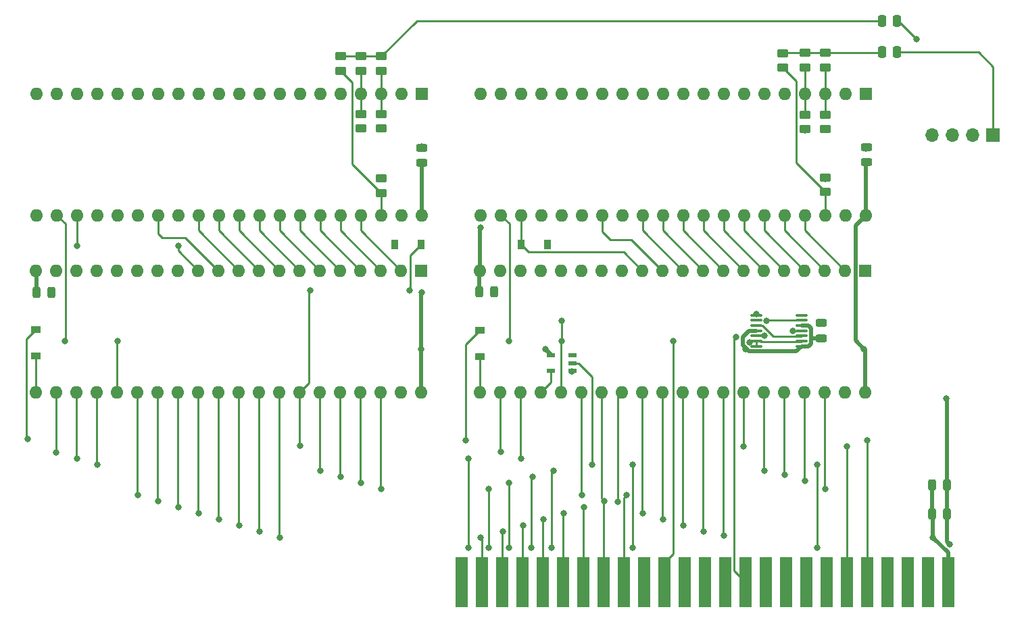
<source format=gbl>
%TF.GenerationSoftware,KiCad,Pcbnew,(6.0.2-0)*%
%TF.CreationDate,2022-03-26T21:25:16+01:00*%
%TF.ProjectId,mockingboard2k,6d6f636b-696e-4676-926f-617264326b2e,0.1*%
%TF.SameCoordinates,PXc52d8a0PY889e9c0*%
%TF.FileFunction,Copper,L2,Bot*%
%TF.FilePolarity,Positive*%
%FSLAX46Y46*%
G04 Gerber Fmt 4.6, Leading zero omitted, Abs format (unit mm)*
G04 Created by KiCad (PCBNEW (6.0.2-0)) date 2022-03-26 21:25:16*
%MOMM*%
%LPD*%
G01*
G04 APERTURE LIST*
G04 Aperture macros list*
%AMRoundRect*
0 Rectangle with rounded corners*
0 $1 Rounding radius*
0 $2 $3 $4 $5 $6 $7 $8 $9 X,Y pos of 4 corners*
0 Add a 4 corners polygon primitive as box body*
4,1,4,$2,$3,$4,$5,$6,$7,$8,$9,$2,$3,0*
0 Add four circle primitives for the rounded corners*
1,1,$1+$1,$2,$3*
1,1,$1+$1,$4,$5*
1,1,$1+$1,$6,$7*
1,1,$1+$1,$8,$9*
0 Add four rect primitives between the rounded corners*
20,1,$1+$1,$2,$3,$4,$5,0*
20,1,$1+$1,$4,$5,$6,$7,0*
20,1,$1+$1,$6,$7,$8,$9,0*
20,1,$1+$1,$8,$9,$2,$3,0*%
G04 Aperture macros list end*
%TA.AperFunction,SMDPad,CuDef*%
%ADD10R,1.524000X6.350000*%
%TD*%
%TA.AperFunction,ComponentPad*%
%ADD11R,1.600000X1.600000*%
%TD*%
%TA.AperFunction,ComponentPad*%
%ADD12O,1.600000X1.600000*%
%TD*%
%TA.AperFunction,ComponentPad*%
%ADD13R,1.700000X1.700000*%
%TD*%
%TA.AperFunction,ComponentPad*%
%ADD14O,1.700000X1.700000*%
%TD*%
%TA.AperFunction,SMDPad,CuDef*%
%ADD15RoundRect,0.243750X0.243750X0.456250X-0.243750X0.456250X-0.243750X-0.456250X0.243750X-0.456250X0*%
%TD*%
%TA.AperFunction,SMDPad,CuDef*%
%ADD16RoundRect,0.243750X0.456250X-0.243750X0.456250X0.243750X-0.456250X0.243750X-0.456250X-0.243750X0*%
%TD*%
%TA.AperFunction,SMDPad,CuDef*%
%ADD17RoundRect,0.243750X-0.243750X-0.456250X0.243750X-0.456250X0.243750X0.456250X-0.243750X0.456250X0*%
%TD*%
%TA.AperFunction,SMDPad,CuDef*%
%ADD18R,1.200000X0.900000*%
%TD*%
%TA.AperFunction,SMDPad,CuDef*%
%ADD19RoundRect,0.250000X0.450000X-0.262500X0.450000X0.262500X-0.450000X0.262500X-0.450000X-0.262500X0*%
%TD*%
%TA.AperFunction,SMDPad,CuDef*%
%ADD20RoundRect,0.250000X-0.250000X-0.475000X0.250000X-0.475000X0.250000X0.475000X-0.250000X0.475000X0*%
%TD*%
%TA.AperFunction,SMDPad,CuDef*%
%ADD21R,0.900000X1.200000*%
%TD*%
%TA.AperFunction,SMDPad,CuDef*%
%ADD22RoundRect,0.250000X-0.450000X0.262500X-0.450000X-0.262500X0.450000X-0.262500X0.450000X0.262500X0*%
%TD*%
%TA.AperFunction,SMDPad,CuDef*%
%ADD23R,1.005599X0.500000*%
%TD*%
%TA.AperFunction,SMDPad,CuDef*%
%ADD24RoundRect,0.100000X-0.637500X-0.100000X0.637500X-0.100000X0.637500X0.100000X-0.637500X0.100000X0*%
%TD*%
%TA.AperFunction,ViaPad*%
%ADD25C,0.800000*%
%TD*%
%TA.AperFunction,Conductor*%
%ADD26C,0.250000*%
%TD*%
%TA.AperFunction,Conductor*%
%ADD27C,0.500000*%
%TD*%
G04 APERTURE END LIST*
D10*
X-9017000Y3810000D03*
X-11557000Y3810000D03*
X-14097000Y3810000D03*
X-16637000Y3810000D03*
X-19177000Y3810000D03*
X-21717000Y3810000D03*
X-24257000Y3810000D03*
X-26797000Y3810000D03*
X-29337000Y3810000D03*
X-31877000Y3810000D03*
X-34417000Y3810000D03*
X-36957000Y3810000D03*
X-39497000Y3810000D03*
X-42037000Y3810000D03*
X-44577000Y3810000D03*
X-47117000Y3810000D03*
X-49657000Y3810000D03*
X-52197000Y3810000D03*
X-54737000Y3810000D03*
X-57277000Y3810000D03*
X-59817000Y3810000D03*
X-62357000Y3810000D03*
X-64897000Y3810000D03*
X-67437000Y3810000D03*
X-69977000Y3810000D03*
D11*
X-75008642Y42845000D03*
D12*
X-77548642Y42845000D03*
X-80088642Y42845000D03*
X-82628642Y42845000D03*
X-85168642Y42845000D03*
X-87708642Y42845000D03*
X-90248642Y42845000D03*
X-92788642Y42845000D03*
X-95328642Y42845000D03*
X-97868642Y42845000D03*
X-100408642Y42845000D03*
X-102948642Y42845000D03*
X-105488642Y42845000D03*
X-108028642Y42845000D03*
X-110568642Y42845000D03*
X-113108642Y42845000D03*
X-115648642Y42845000D03*
X-118188642Y42845000D03*
X-120728642Y42845000D03*
X-123268642Y42845000D03*
X-123268642Y27605000D03*
X-120728642Y27605000D03*
X-118188642Y27605000D03*
X-115648642Y27605000D03*
X-113108642Y27605000D03*
X-110568642Y27605000D03*
X-108028642Y27605000D03*
X-105488642Y27605000D03*
X-102948642Y27605000D03*
X-100408642Y27605000D03*
X-97868642Y27605000D03*
X-95328642Y27605000D03*
X-92788642Y27605000D03*
X-90248642Y27605000D03*
X-87708642Y27605000D03*
X-85168642Y27605000D03*
X-82628642Y27605000D03*
X-80088642Y27605000D03*
X-77548642Y27605000D03*
X-75008642Y27605000D03*
D11*
X-74935000Y65029000D03*
D12*
X-77475000Y65029000D03*
X-80015000Y65029000D03*
X-82555000Y65029000D03*
X-85095000Y65029000D03*
X-87635000Y65029000D03*
X-90175000Y65029000D03*
X-92715000Y65029000D03*
X-95255000Y65029000D03*
X-97795000Y65029000D03*
X-100335000Y65029000D03*
X-102875000Y65029000D03*
X-105415000Y65029000D03*
X-107955000Y65029000D03*
X-110495000Y65029000D03*
X-113035000Y65029000D03*
X-115575000Y65029000D03*
X-118115000Y65029000D03*
X-120655000Y65029000D03*
X-123195000Y65029000D03*
X-123195000Y49789000D03*
X-120655000Y49789000D03*
X-118115000Y49789000D03*
X-115575000Y49789000D03*
X-113035000Y49789000D03*
X-110495000Y49789000D03*
X-107955000Y49789000D03*
X-105415000Y49789000D03*
X-102875000Y49789000D03*
X-100335000Y49789000D03*
X-97795000Y49789000D03*
X-95255000Y49789000D03*
X-92715000Y49789000D03*
X-90175000Y49789000D03*
X-87635000Y49789000D03*
X-85095000Y49789000D03*
X-82555000Y49789000D03*
X-80015000Y49789000D03*
X-77475000Y49789000D03*
X-74935000Y49789000D03*
D13*
X-3389000Y59862000D03*
D14*
X-5929000Y59862000D03*
X-8469000Y59862000D03*
X-11009000Y59862000D03*
D11*
X-19304000Y65024000D03*
D12*
X-21844000Y65024000D03*
X-24384000Y65024000D03*
X-26924000Y65024000D03*
X-29464000Y65024000D03*
X-32004000Y65024000D03*
X-34544000Y65024000D03*
X-37084000Y65024000D03*
X-39624000Y65024000D03*
X-42164000Y65024000D03*
X-44704000Y65024000D03*
X-47244000Y65024000D03*
X-49784000Y65024000D03*
X-52324000Y65024000D03*
X-54864000Y65024000D03*
X-57404000Y65024000D03*
X-59944000Y65024000D03*
X-62484000Y65024000D03*
X-65024000Y65024000D03*
X-67564000Y65024000D03*
X-67564000Y49784000D03*
X-65024000Y49784000D03*
X-62484000Y49784000D03*
X-59944000Y49784000D03*
X-57404000Y49784000D03*
X-54864000Y49784000D03*
X-52324000Y49784000D03*
X-49784000Y49784000D03*
X-47244000Y49784000D03*
X-44704000Y49784000D03*
X-42164000Y49784000D03*
X-39624000Y49784000D03*
X-37084000Y49784000D03*
X-34544000Y49784000D03*
X-32004000Y49784000D03*
X-29464000Y49784000D03*
X-26924000Y49784000D03*
X-24384000Y49784000D03*
X-21844000Y49784000D03*
X-19304000Y49784000D03*
D11*
X-19382642Y42845000D03*
D12*
X-21922642Y42845000D03*
X-24462642Y42845000D03*
X-27002642Y42845000D03*
X-29542642Y42845000D03*
X-32082642Y42845000D03*
X-34622642Y42845000D03*
X-37162642Y42845000D03*
X-39702642Y42845000D03*
X-42242642Y42845000D03*
X-44782642Y42845000D03*
X-47322642Y42845000D03*
X-49862642Y42845000D03*
X-52402642Y42845000D03*
X-54942642Y42845000D03*
X-57482642Y42845000D03*
X-60022642Y42845000D03*
X-62562642Y42845000D03*
X-65102642Y42845000D03*
X-67642642Y42845000D03*
X-67642642Y27605000D03*
X-65102642Y27605000D03*
X-62562642Y27605000D03*
X-60022642Y27605000D03*
X-57482642Y27605000D03*
X-54942642Y27605000D03*
X-52402642Y27605000D03*
X-49862642Y27605000D03*
X-47322642Y27605000D03*
X-44782642Y27605000D03*
X-42242642Y27605000D03*
X-39702642Y27605000D03*
X-37162642Y27605000D03*
X-34622642Y27605000D03*
X-32082642Y27605000D03*
X-29542642Y27605000D03*
X-27002642Y27605000D03*
X-24462642Y27605000D03*
X-21922642Y27605000D03*
X-19382642Y27605000D03*
D15*
X-9197100Y16002000D03*
X-11072100Y16002000D03*
D16*
X-19278600Y56415700D03*
X-19278600Y58290700D03*
D17*
X-67739500Y40182800D03*
X-65864500Y40182800D03*
D16*
X-24892000Y34368500D03*
X-24892000Y36243500D03*
D17*
X-123190000Y40132000D03*
X-121315000Y40132000D03*
D16*
X-74955400Y56314100D03*
X-74955400Y58189100D03*
D15*
X-9197100Y12293600D03*
X-11072100Y12293600D03*
D18*
X-123317000Y32132000D03*
X-123317000Y35432000D03*
X-67666090Y32052375D03*
X-67666090Y35352375D03*
D19*
X-24384000Y68326000D03*
X-24384000Y70151000D03*
X-24380127Y52669188D03*
X-24380127Y54494188D03*
D20*
X-17333000Y74168000D03*
X-15433000Y74168000D03*
D21*
X-59183000Y46101000D03*
X-62483000Y46101000D03*
D19*
X-26924000Y68326000D03*
X-26924000Y70151000D03*
D22*
X-24395324Y62383486D03*
X-24395324Y60558486D03*
D23*
X-56051201Y32192001D03*
X-56051201Y31242000D03*
X-56051201Y30291999D03*
X-58756799Y30291999D03*
X-58756799Y32192001D03*
D22*
X-80020522Y62488772D03*
X-80020522Y60663772D03*
X-26931019Y62383486D03*
X-26931019Y60558486D03*
D21*
X-75032600Y46126400D03*
X-78332600Y46126400D03*
D22*
X-82558388Y62485871D03*
X-82558388Y60660871D03*
D24*
X-33088500Y33356000D03*
X-33088500Y34006000D03*
X-33088500Y34656000D03*
X-33088500Y35306000D03*
X-33088500Y35956000D03*
X-33088500Y36606000D03*
X-33088500Y37256000D03*
X-27363500Y37256000D03*
X-27363500Y36606000D03*
X-27363500Y35956000D03*
X-27363500Y35306000D03*
X-27363500Y34656000D03*
X-27363500Y34006000D03*
X-27363500Y33356000D03*
D19*
X-80016584Y67871307D03*
X-80016584Y69696307D03*
X-82562925Y67883413D03*
X-82562925Y69708413D03*
X-85134267Y67891376D03*
X-85134267Y69716376D03*
D20*
X-17333000Y70254500D03*
X-15433000Y70254500D03*
D19*
X-29718000Y68279000D03*
X-29718000Y70104000D03*
X-80016314Y52543069D03*
X-80016314Y54368069D03*
D25*
X-32018796Y34656000D03*
X-28433205Y35306000D03*
X-35560000Y34544000D03*
X-12954000Y71882000D03*
X-118110000Y45974000D03*
X-78332600Y46126400D03*
X-105410000Y45974000D03*
X-9279001Y26805001D03*
X-8797312Y8474688D03*
X-19558000Y33020000D03*
X-59436000Y33020000D03*
X-67739500Y40182800D03*
X-74930000Y40132000D03*
X-67564000Y48260000D03*
X-34372255Y32988313D03*
X-75008642Y32941358D03*
X-26924000Y60452000D03*
X-80010000Y60706000D03*
X-24395324Y60558486D03*
X-121315000Y40132000D03*
X-24384000Y54356000D03*
X-82550000Y60706000D03*
X-56134000Y30226000D03*
X-19304000Y58166000D03*
X-24892000Y36322000D03*
X-10922000Y9398000D03*
X-74930000Y58420000D03*
X-80010000Y54356000D03*
X-33088500Y37405500D03*
X-65864500Y40182800D03*
X-11557000Y3810000D03*
X-14097000Y3810000D03*
X-120777000Y20066000D03*
X-25400000Y18542000D03*
X-25400000Y8128000D03*
X-65024000Y20103500D03*
X-32004000Y17780000D03*
X-87630000Y17780000D03*
X-58420000Y17780000D03*
X-58674000Y8128000D03*
X-61214000Y8128000D03*
X-85090000Y17018000D03*
X-61073987Y16980500D03*
X-29464000Y17272000D03*
X-64008000Y8128000D03*
X-64008000Y16256000D03*
X-26924000Y16510000D03*
X-82550000Y16256000D03*
X-66548000Y15494000D03*
X-24384000Y15494000D03*
X-66548000Y8128000D03*
X-80010000Y15494000D03*
X-69088000Y8128000D03*
X-69088000Y19304000D03*
X-118110000Y19304000D03*
X-62484000Y19304000D03*
X-19177000Y21590000D03*
X-124333000Y21717000D03*
X-69469000Y21590000D03*
X-59183000Y46101000D03*
X-76454000Y40386000D03*
X-21717000Y20828000D03*
X-34671000Y20828000D03*
X-88900000Y40386000D03*
X-90170000Y20865500D03*
X-75032600Y46126400D03*
X-43434000Y34036000D03*
X-33870105Y33871504D03*
X-92710000Y9398000D03*
X-67564000Y9398000D03*
X-37084000Y9652000D03*
X-64770000Y10160000D03*
X-39624000Y10160000D03*
X-95250000Y10160000D03*
X-62230000Y10922000D03*
X-42164000Y10922000D03*
X-97790000Y10922000D03*
X-100330000Y11684000D03*
X-59690000Y11684000D03*
X-44704000Y11684000D03*
X-102870000Y12446000D03*
X-57150000Y12446000D03*
X-47244000Y12446000D03*
X-50381500Y13828895D03*
X-105410000Y13208000D03*
X-54610000Y13208000D03*
X-52070000Y13970000D03*
X-107950000Y13970000D03*
X-54864000Y14732000D03*
X-49276000Y14732000D03*
X-110490000Y14732000D03*
X-48514000Y8128000D03*
X-53594000Y18542000D03*
X-48514000Y18542000D03*
X-115570000Y18542000D03*
X-57404000Y34036000D03*
X-119634000Y34036000D03*
X-113030000Y34036000D03*
X-57404000Y36576000D03*
X-64008000Y34036000D03*
X-31750000Y36576000D03*
D26*
X-26924000Y70151000D02*
X-24384000Y70151000D01*
X-29671000Y70151000D02*
X-26924000Y70151000D01*
X-24384000Y70151000D02*
X-17436500Y70151000D01*
X-29718000Y70104000D02*
X-29671000Y70151000D01*
X-17436500Y70151000D02*
X-17333000Y70254500D01*
X-3389000Y68413000D02*
X-3389000Y59862000D01*
X-15433000Y70254500D02*
X-5230500Y70254500D01*
X-5230500Y70254500D02*
X-3389000Y68413000D01*
X-35814000Y34290000D02*
X-35560000Y34544000D01*
X-28433205Y35306000D02*
X-27363500Y35306000D01*
X-35814000Y5207000D02*
X-35814000Y34290000D01*
X-34417000Y3810000D02*
X-35814000Y5207000D01*
X-32018796Y34656000D02*
X-33088500Y34656000D01*
X-15433000Y74168000D02*
X-15240000Y74168000D01*
X-15240000Y74168000D02*
X-12954000Y71882000D01*
X-82562925Y67883413D02*
X-82555000Y67875488D01*
X-82555000Y67875488D02*
X-82555000Y65029000D01*
X-82555000Y65029000D02*
X-82555000Y62489259D01*
X-82555000Y62489259D02*
X-82558388Y62485871D01*
X-102875000Y47851358D02*
X-102875000Y49789000D01*
X-97868642Y42845000D02*
X-102875000Y47851358D01*
X-104553642Y46990000D02*
X-107442000Y46990000D01*
X-107955000Y47503000D02*
X-107955000Y49789000D01*
X-100408642Y42845000D02*
X-104553642Y46990000D01*
X-107442000Y46990000D02*
X-107955000Y47503000D01*
X-118115000Y45979000D02*
X-118115000Y49789000D01*
X-102948642Y42845000D02*
X-105410000Y45306358D01*
X-105410000Y45306358D02*
X-105410000Y45974000D01*
X-118110000Y45974000D02*
X-118115000Y45979000D01*
X-80016314Y52543069D02*
X-83679511Y56206266D01*
X-83679511Y56206266D02*
X-83679511Y66436620D01*
X-80015000Y49789000D02*
X-80015000Y52541755D01*
X-83679511Y66436620D02*
X-85134267Y67891376D01*
X-80015000Y52541755D02*
X-80016314Y52543069D01*
X-24384000Y62394810D02*
X-24384000Y65024000D01*
X-24395324Y62383486D02*
X-24384000Y62394810D01*
X-24384000Y65024000D02*
X-24384000Y68326000D01*
X-24380127Y52669188D02*
X-28048511Y56337572D01*
X-24384000Y52665315D02*
X-24384000Y49784000D01*
X-28048511Y56337572D02*
X-28048511Y66609511D01*
X-28048511Y66609511D02*
X-29718000Y68279000D01*
X-24380127Y52669188D02*
X-24384000Y52665315D01*
X-42242642Y42845000D02*
X-47244000Y47846358D01*
X-47244000Y47846358D02*
X-47244000Y49784000D01*
X-52324000Y47752000D02*
X-52324000Y49784000D01*
X-48673642Y46736000D02*
X-51308000Y46736000D01*
X-44782642Y42845000D02*
X-48673642Y46736000D01*
X-51308000Y46736000D02*
X-52324000Y47752000D01*
X-62483000Y49783000D02*
X-62484000Y49784000D01*
X-62483000Y46101000D02*
X-62483000Y49783000D01*
X-49654131Y45176489D02*
X-47322642Y42845000D01*
X-62483000Y46101000D02*
X-61558489Y45176489D01*
X-61558489Y45176489D02*
X-49654131Y45176489D01*
D27*
X-26176480Y33678382D02*
X-26498862Y33356000D01*
X-20632153Y48455847D02*
X-20632153Y34094153D01*
X-75008642Y32941358D02*
X-75008642Y40053358D01*
X-20632153Y34094153D02*
X-19558000Y33020000D01*
X-9197100Y26723100D02*
X-9279001Y26805001D01*
X-9197100Y8874476D02*
X-8797312Y8474688D01*
X-123190000Y42766358D02*
X-123268642Y42845000D01*
X-19382642Y32844642D02*
X-19558000Y33020000D01*
X-67642642Y48181358D02*
X-67564000Y48260000D01*
X-33088500Y35306000D02*
X-33953138Y35306000D01*
X-27363500Y35956000D02*
X-26498862Y35956000D01*
X-123190000Y40132000D02*
X-123190000Y42766358D01*
X-19304000Y49784000D02*
X-20632153Y48455847D01*
X-74955400Y56314100D02*
X-74935000Y56293700D01*
X-67739500Y42748142D02*
X-67642642Y42845000D01*
X-9197100Y12293600D02*
X-9197100Y8874476D01*
X-34719606Y34183017D02*
X-34719606Y33472468D01*
X-26498862Y33356000D02*
X-27363500Y33356000D01*
X-33953618Y32706480D02*
X-28013020Y32706480D01*
X-74935000Y56293700D02*
X-74935000Y49789000D01*
X-9197100Y16002000D02*
X-9197100Y26723100D01*
X-58756799Y32340799D02*
X-59436000Y33020000D01*
X-9197100Y12293600D02*
X-9197100Y16002000D01*
X-34710499Y34548639D02*
X-34710499Y34192124D01*
X-19382642Y27605000D02*
X-19382642Y32844642D01*
X-58756799Y32192001D02*
X-58756799Y32340799D01*
X-28013020Y32706480D02*
X-27363500Y33356000D01*
X-26498862Y35956000D02*
X-26176480Y35633618D01*
X-67642642Y42845000D02*
X-67642642Y48181358D01*
X-34719606Y33472468D02*
X-33953618Y32706480D01*
X-26176480Y35633618D02*
X-26176480Y34304480D01*
X-24892000Y34368500D02*
X-26112460Y34368500D01*
X-19304000Y56390300D02*
X-19304000Y49784000D01*
X-19278600Y56415700D02*
X-19304000Y56390300D01*
X-26176480Y34304480D02*
X-26176480Y33678382D01*
X-26112460Y34368500D02*
X-26176480Y34304480D01*
X-75008642Y40053358D02*
X-74930000Y40132000D01*
X-34710499Y34192124D02*
X-34719606Y34183017D01*
X-67739500Y40182800D02*
X-67739500Y42748142D01*
X-33953138Y35306000D02*
X-34710499Y34548639D01*
X-75008642Y27605000D02*
X-75008642Y32941358D01*
X-82558388Y60660871D02*
X-82558388Y60697612D01*
X-9017000Y7493000D02*
X-10922000Y9398000D01*
X-19278600Y58191400D02*
X-19304000Y58166000D01*
X-26931019Y60558486D02*
X-26931019Y60459019D01*
X-74955400Y58189100D02*
X-74955400Y58394600D01*
X-74955400Y58394600D02*
X-74930000Y58420000D01*
X-80020522Y60663772D02*
X-80020522Y60695478D01*
X-9017000Y3810000D02*
X-9017000Y7493000D01*
X-11072100Y12293600D02*
X-11072100Y16002000D01*
X-82558388Y60697612D02*
X-82550000Y60706000D01*
X-10922000Y12143500D02*
X-11072100Y12293600D01*
X-56051201Y30291999D02*
X-56068001Y30291999D01*
X-10922000Y9398000D02*
X-10922000Y12143500D01*
X-24380127Y54359873D02*
X-24384000Y54356000D01*
X-80016314Y54362314D02*
X-80010000Y54356000D01*
X-80020522Y60695478D02*
X-80010000Y60706000D01*
X-24380127Y54494188D02*
X-24380127Y54359873D01*
X-26931019Y60459019D02*
X-26924000Y60452000D01*
X-24892000Y36243500D02*
X-24892000Y36322000D01*
X-19278600Y58290700D02*
X-19278600Y58191400D01*
X-56068001Y30291999D02*
X-56134000Y30226000D01*
X-80016314Y54368069D02*
X-80016314Y54362314D01*
X-33088500Y37256000D02*
X-33088500Y37405500D01*
D26*
X-26924000Y65024000D02*
X-26924000Y68326000D01*
X-26931019Y62383486D02*
X-26924000Y62390505D01*
X-26924000Y62390505D02*
X-26924000Y65024000D01*
X-65102642Y27605000D02*
X-65102642Y20182142D01*
X-120728642Y27605000D02*
X-120728642Y20114358D01*
X-120728642Y20114358D02*
X-120777000Y20066000D01*
X-65102642Y20182142D02*
X-65024000Y20103500D01*
X-25400000Y8128000D02*
X-25400000Y18542000D01*
X-58674000Y8128000D02*
X-58674000Y17526000D01*
X-32082642Y17858642D02*
X-32082642Y27605000D01*
X-87630000Y17780000D02*
X-87708642Y17858642D01*
X-58674000Y17526000D02*
X-58420000Y17780000D01*
X-32004000Y17780000D02*
X-32082642Y17858642D01*
X-87708642Y17858642D02*
X-87708642Y27605000D01*
X-29464000Y17272000D02*
X-29542642Y17350642D01*
X-85168642Y17096642D02*
X-85168642Y27605000D01*
X-29542642Y17350642D02*
X-29542642Y27605000D01*
X-85090000Y17018000D02*
X-85168642Y17096642D01*
X-61214000Y16840487D02*
X-61073987Y16980500D01*
X-61214000Y8128000D02*
X-61214000Y16840487D01*
X-26924000Y16510000D02*
X-27002642Y16588642D01*
X-27002642Y16588642D02*
X-27002642Y27605000D01*
X-64008000Y8128000D02*
X-64008000Y16256000D01*
X-82550000Y16256000D02*
X-82628642Y16334642D01*
X-82628642Y16334642D02*
X-82628642Y27605000D01*
X-66548000Y8128000D02*
X-66548000Y15494000D01*
X-24384000Y15494000D02*
X-24462642Y15572642D01*
X-80088642Y15572642D02*
X-80088642Y27605000D01*
X-24462642Y15572642D02*
X-24462642Y27605000D01*
X-80010000Y15494000D02*
X-80088642Y15572642D01*
X-118110000Y19304000D02*
X-118188642Y19382642D01*
X-62484000Y19304000D02*
X-62562642Y19382642D01*
X-62562642Y19382642D02*
X-62562642Y27605000D01*
X-69088000Y8128000D02*
X-69088000Y19304000D01*
X-118188642Y19382642D02*
X-118188642Y27605000D01*
X-123317000Y35432000D02*
X-124460000Y34289000D01*
X-124460000Y21844000D02*
X-124333000Y21717000D01*
X-69469000Y33549465D02*
X-69469000Y21590000D01*
X-19177000Y3810000D02*
X-19177000Y21590000D01*
X-67666090Y35352375D02*
X-69469000Y33549465D01*
X-124460000Y34289000D02*
X-124460000Y21844000D01*
X-89124131Y40161869D02*
X-88900000Y40386000D01*
X-90248642Y20944142D02*
X-90170000Y20865500D01*
X-76424131Y40415869D02*
X-76424131Y44734869D01*
X-90248642Y27605000D02*
X-90248642Y20944142D01*
X-21717000Y3810000D02*
X-21717000Y20828000D01*
X-34622642Y20876358D02*
X-34671000Y20828000D01*
X-76424131Y44734869D02*
X-75032600Y46126400D01*
X-76454000Y40386000D02*
X-76424131Y40415869D01*
X-90248642Y27605000D02*
X-89124131Y28729511D01*
X-89124131Y28729511D02*
X-89124131Y40161869D01*
X-34622642Y27605000D02*
X-34622642Y20876358D01*
X-32294196Y35956000D02*
X-33088500Y35956000D01*
X-27363500Y34656000D02*
X-27438001Y34581499D01*
X-44577000Y6223000D02*
X-43434000Y7366000D01*
X-33088500Y34006000D02*
X-33088500Y33356000D01*
X-27438001Y34581499D02*
X-30919695Y34581499D01*
X-30919695Y34581499D02*
X-32294196Y35956000D01*
X-44577000Y3810000D02*
X-44577000Y6223000D01*
X-27438989Y33930511D02*
X-27363500Y34006000D01*
X-43434000Y7366000D02*
X-43434000Y34036000D01*
X-32513989Y33930511D02*
X-27438989Y33930511D01*
X-67437000Y9271000D02*
X-67564000Y9398000D01*
X-92710000Y9398000D02*
X-92788642Y9476642D01*
X-67437000Y3810000D02*
X-67437000Y9271000D01*
X-92788642Y9476642D02*
X-92788642Y27605000D01*
X-37162642Y9730642D02*
X-37162642Y27605000D01*
X-37084000Y9652000D02*
X-37162642Y9730642D01*
X-95250000Y10160000D02*
X-95328642Y10238642D01*
X-64897000Y10033000D02*
X-64770000Y10160000D01*
X-39624000Y10160000D02*
X-39702642Y10238642D01*
X-95328642Y10238642D02*
X-95328642Y27605000D01*
X-64897000Y3810000D02*
X-64897000Y10033000D01*
X-39702642Y10238642D02*
X-39702642Y27605000D01*
X-42242642Y11000642D02*
X-42242642Y27605000D01*
X-97868642Y11000642D02*
X-97868642Y27605000D01*
X-62357000Y10795000D02*
X-62230000Y10922000D01*
X-42164000Y10922000D02*
X-42242642Y11000642D01*
X-97790000Y10922000D02*
X-97868642Y11000642D01*
X-62357000Y3810000D02*
X-62357000Y10795000D01*
X-44704000Y11684000D02*
X-44782642Y11762642D01*
X-100408642Y11762642D02*
X-100408642Y27605000D01*
X-59817000Y3810000D02*
X-59817000Y11557000D01*
X-44782642Y11762642D02*
X-44782642Y27605000D01*
X-100330000Y11684000D02*
X-100408642Y11762642D01*
X-59817000Y11557000D02*
X-59690000Y11684000D01*
X-57277000Y12319000D02*
X-57150000Y12446000D01*
X-47244000Y12446000D02*
X-47322642Y12524642D01*
X-57277000Y3810000D02*
X-57277000Y12319000D01*
X-102948642Y12524642D02*
X-102948642Y27605000D01*
X-47322642Y12524642D02*
X-47322642Y27605000D01*
X-102870000Y12446000D02*
X-102948642Y12524642D01*
X-54737000Y13081000D02*
X-54610000Y13208000D01*
X-105488642Y13286642D02*
X-105488642Y27605000D01*
X-49862642Y27605000D02*
X-50381500Y27086142D01*
X-50381500Y27086142D02*
X-50381500Y13828895D01*
X-105410000Y13208000D02*
X-105488642Y13286642D01*
X-54737000Y3810000D02*
X-54737000Y13081000D01*
X-52070000Y13970000D02*
X-52402642Y14302642D01*
X-107950000Y13970000D02*
X-108028642Y14048642D01*
X-108028642Y14048642D02*
X-108028642Y27605000D01*
X-52197000Y13843000D02*
X-52070000Y13970000D01*
X-52402642Y14302642D02*
X-52402642Y27605000D01*
X-52197000Y3810000D02*
X-52197000Y13843000D01*
X-54864000Y14732000D02*
X-54942642Y14810642D01*
X-49657000Y3810000D02*
X-49657000Y14351000D01*
X-49657000Y14351000D02*
X-49276000Y14732000D01*
X-110490000Y14732000D02*
X-110568642Y14810642D01*
X-54942642Y14810642D02*
X-54942642Y27605000D01*
X-110568642Y14810642D02*
X-110568642Y27605000D01*
X-115570000Y18542000D02*
X-115648642Y18620642D01*
X-53594000Y29537598D02*
X-53594000Y18542000D01*
X-56051201Y31242000D02*
X-55298402Y31242000D01*
X-115648642Y18620642D02*
X-115648642Y27605000D01*
X-48514000Y8128000D02*
X-48514000Y18542000D01*
X-55298402Y31242000D02*
X-53594000Y29537598D01*
X-113108642Y33957358D02*
X-113108642Y27605000D01*
X-27363500Y36606000D02*
X-31720000Y36606000D01*
X-119634000Y34036000D02*
X-119604131Y34065869D01*
X-119604131Y34065869D02*
X-119604131Y48738131D01*
X-57482642Y33957358D02*
X-57404000Y34036000D01*
X-31720000Y36606000D02*
X-31750000Y36576000D01*
X-63978131Y34065869D02*
X-64008000Y34036000D01*
X-57482642Y27605000D02*
X-57482642Y33957358D01*
X-119604131Y48738131D02*
X-120655000Y49789000D01*
X-65024000Y49784000D02*
X-63978131Y48738131D01*
X-57404000Y36576000D02*
X-57404000Y34036000D01*
X-113030000Y34036000D02*
X-113108642Y33957358D01*
X-63978131Y48738131D02*
X-63978131Y34065869D01*
X-75544891Y74168000D02*
X-80016584Y69696307D01*
X-82562925Y69708413D02*
X-85126304Y69708413D01*
X-85126304Y69708413D02*
X-85134267Y69716376D01*
X-17333000Y74168000D02*
X-75544891Y74168000D01*
X-80016584Y69696307D02*
X-82550819Y69696307D01*
X-82550819Y69696307D02*
X-82562925Y69708413D01*
X-123268642Y32083642D02*
X-123317000Y32132000D01*
X-123268642Y27605000D02*
X-123268642Y32083642D01*
X-58756799Y30291999D02*
X-58756799Y28870843D01*
X-58756799Y28870843D02*
X-60022642Y27605000D01*
X-67642642Y27605000D02*
X-67642642Y32028927D01*
X-67642642Y32028927D02*
X-67666090Y32052375D01*
X-80015000Y67869723D02*
X-80015000Y65029000D01*
X-80015000Y62494294D02*
X-80015000Y65029000D01*
X-80016584Y67871307D02*
X-80015000Y67869723D01*
X-80020522Y62488772D02*
X-80015000Y62494294D01*
X-95328642Y42845000D02*
X-100335000Y47851358D01*
X-100335000Y47851358D02*
X-100335000Y49789000D01*
X-92788642Y42845000D02*
X-97795000Y47851358D01*
X-97795000Y47851358D02*
X-97795000Y49789000D01*
X-90248642Y42845000D02*
X-95255000Y47851358D01*
X-95255000Y47851358D02*
X-95255000Y49789000D01*
X-92715000Y47851358D02*
X-92715000Y49789000D01*
X-87708642Y42845000D02*
X-92715000Y47851358D01*
X-90175000Y47851358D02*
X-90175000Y49789000D01*
X-85168642Y42845000D02*
X-90175000Y47851358D01*
X-87635000Y47851358D02*
X-87635000Y49789000D01*
X-82628642Y42845000D02*
X-87635000Y47851358D01*
X-85095000Y47851358D02*
X-85095000Y49789000D01*
X-80088642Y42845000D02*
X-85095000Y47851358D01*
X-77548642Y42845000D02*
X-82555000Y47851358D01*
X-82555000Y47851358D02*
X-82555000Y49789000D01*
X-39702642Y42845000D02*
X-44704000Y47846358D01*
X-44704000Y47846358D02*
X-44704000Y49784000D01*
X-37162642Y42845000D02*
X-42164000Y47846358D01*
X-42164000Y47846358D02*
X-42164000Y49784000D01*
X-34622642Y42845000D02*
X-39624000Y47846358D01*
X-39624000Y47846358D02*
X-39624000Y49784000D01*
X-32082642Y42845000D02*
X-37084000Y47846358D01*
X-37084000Y47846358D02*
X-37084000Y49784000D01*
X-34544000Y47846358D02*
X-34544000Y49784000D01*
X-29542642Y42845000D02*
X-34544000Y47846358D01*
X-27002642Y42845000D02*
X-32004000Y47846358D01*
X-32004000Y47846358D02*
X-32004000Y49784000D01*
X-24462642Y42845000D02*
X-29464000Y47846358D01*
X-29464000Y47846358D02*
X-29464000Y49784000D01*
X-21922642Y42845000D02*
X-26924000Y47846358D01*
X-26924000Y47846358D02*
X-26924000Y49784000D01*
M02*

</source>
